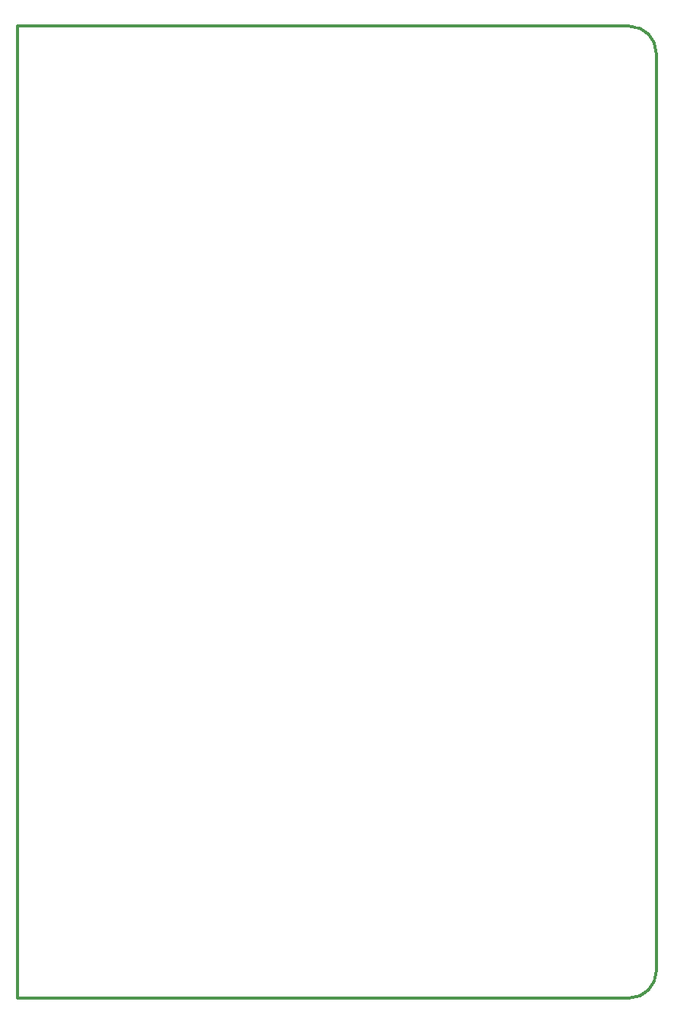
<source format=gko>
G04 Layer_Color=16711935*
%FSLAX44Y44*%
%MOMM*%
G71*
G01*
G75*
%ADD13C,0.3500*%
D13*
X710000Y-30000D02*
G03*
X680000Y0I-30000J0D01*
G01*
Y-1080000D02*
G03*
X710000Y-1050000I0J30000D01*
G01*
X0Y0D02*
X680000D01*
X710000Y-1050000D02*
Y-30000D01*
X0Y-1080000D02*
X680000D01*
X0D02*
Y0D01*
M02*

</source>
